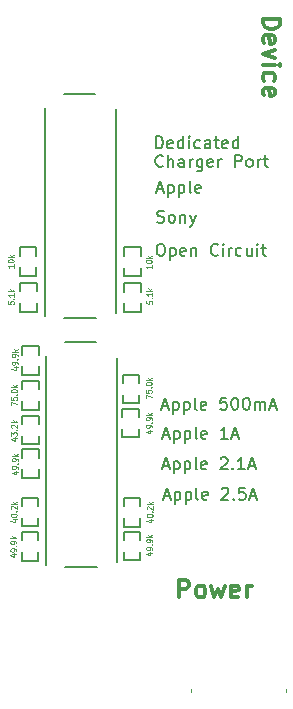
<source format=gto>
%FSLAX34Y34*%
G04 Gerber Fmt 3.4, Leading zero omitted, Abs format*
G04 (created by PCBNEW (2014-03-19 BZR 4756)-product) date Fri 12 Sep 2014 09:38:09 AM EDT*
%MOIN*%
G01*
G70*
G90*
G04 APERTURE LIST*
%ADD10C,0.005906*%
%ADD11C,0.006000*%
%ADD12C,0.011811*%
%ADD13C,0.003900*%
%ADD14C,0.005000*%
%ADD15C,0.004500*%
G04 APERTURE END LIST*
G54D10*
G54D11*
X59127Y-43136D02*
X59317Y-43136D01*
X59089Y-43250D02*
X59222Y-42850D01*
X59355Y-43250D01*
X59489Y-42984D02*
X59489Y-43384D01*
X59489Y-43003D02*
X59527Y-42984D01*
X59603Y-42984D01*
X59641Y-43003D01*
X59660Y-43022D01*
X59679Y-43060D01*
X59679Y-43174D01*
X59660Y-43212D01*
X59641Y-43231D01*
X59603Y-43250D01*
X59527Y-43250D01*
X59489Y-43231D01*
X59850Y-42984D02*
X59850Y-43384D01*
X59850Y-43003D02*
X59889Y-42984D01*
X59965Y-42984D01*
X60003Y-43003D01*
X60022Y-43022D01*
X60041Y-43060D01*
X60041Y-43174D01*
X60022Y-43212D01*
X60003Y-43231D01*
X59965Y-43250D01*
X59889Y-43250D01*
X59850Y-43231D01*
X60270Y-43250D02*
X60231Y-43231D01*
X60212Y-43193D01*
X60212Y-42850D01*
X60574Y-43231D02*
X60536Y-43250D01*
X60460Y-43250D01*
X60422Y-43231D01*
X60403Y-43193D01*
X60403Y-43041D01*
X60422Y-43003D01*
X60460Y-42984D01*
X60536Y-42984D01*
X60574Y-43003D01*
X60593Y-43041D01*
X60593Y-43079D01*
X60403Y-43117D01*
X61050Y-42889D02*
X61070Y-42870D01*
X61108Y-42850D01*
X61203Y-42850D01*
X61241Y-42870D01*
X61260Y-42889D01*
X61279Y-42927D01*
X61279Y-42965D01*
X61260Y-43022D01*
X61031Y-43250D01*
X61279Y-43250D01*
X61450Y-43212D02*
X61470Y-43231D01*
X61450Y-43250D01*
X61431Y-43231D01*
X61450Y-43212D01*
X61450Y-43250D01*
X61831Y-42850D02*
X61641Y-42850D01*
X61622Y-43041D01*
X61641Y-43022D01*
X61679Y-43003D01*
X61774Y-43003D01*
X61812Y-43022D01*
X61831Y-43041D01*
X61850Y-43079D01*
X61850Y-43174D01*
X61831Y-43212D01*
X61812Y-43231D01*
X61774Y-43250D01*
X61679Y-43250D01*
X61641Y-43231D01*
X61622Y-43212D01*
X62003Y-43136D02*
X62193Y-43136D01*
X61965Y-43250D02*
X62098Y-42850D01*
X62231Y-43250D01*
X59097Y-42126D02*
X59287Y-42126D01*
X59059Y-42240D02*
X59192Y-41840D01*
X59325Y-42240D01*
X59459Y-41974D02*
X59459Y-42374D01*
X59459Y-41993D02*
X59497Y-41974D01*
X59573Y-41974D01*
X59611Y-41993D01*
X59630Y-42012D01*
X59649Y-42050D01*
X59649Y-42164D01*
X59630Y-42202D01*
X59611Y-42221D01*
X59573Y-42240D01*
X59497Y-42240D01*
X59459Y-42221D01*
X59820Y-41974D02*
X59820Y-42374D01*
X59820Y-41993D02*
X59859Y-41974D01*
X59935Y-41974D01*
X59973Y-41993D01*
X59992Y-42012D01*
X60011Y-42050D01*
X60011Y-42164D01*
X59992Y-42202D01*
X59973Y-42221D01*
X59935Y-42240D01*
X59859Y-42240D01*
X59820Y-42221D01*
X60240Y-42240D02*
X60201Y-42221D01*
X60182Y-42183D01*
X60182Y-41840D01*
X60544Y-42221D02*
X60506Y-42240D01*
X60430Y-42240D01*
X60392Y-42221D01*
X60373Y-42183D01*
X60373Y-42031D01*
X60392Y-41993D01*
X60430Y-41974D01*
X60506Y-41974D01*
X60544Y-41993D01*
X60563Y-42031D01*
X60563Y-42069D01*
X60373Y-42107D01*
X61020Y-41879D02*
X61040Y-41860D01*
X61078Y-41840D01*
X61173Y-41840D01*
X61211Y-41860D01*
X61230Y-41879D01*
X61249Y-41917D01*
X61249Y-41955D01*
X61230Y-42012D01*
X61001Y-42240D01*
X61249Y-42240D01*
X61420Y-42202D02*
X61440Y-42221D01*
X61420Y-42240D01*
X61401Y-42221D01*
X61420Y-42202D01*
X61420Y-42240D01*
X61820Y-42240D02*
X61592Y-42240D01*
X61706Y-42240D02*
X61706Y-41840D01*
X61668Y-41898D01*
X61630Y-41936D01*
X61592Y-41955D01*
X61973Y-42126D02*
X62163Y-42126D01*
X61935Y-42240D02*
X62068Y-41840D01*
X62201Y-42240D01*
X59098Y-41106D02*
X59289Y-41106D01*
X59060Y-41220D02*
X59193Y-40820D01*
X59327Y-41220D01*
X59460Y-40954D02*
X59460Y-41354D01*
X59460Y-40973D02*
X59498Y-40954D01*
X59574Y-40954D01*
X59612Y-40973D01*
X59631Y-40992D01*
X59650Y-41030D01*
X59650Y-41144D01*
X59631Y-41182D01*
X59612Y-41201D01*
X59574Y-41220D01*
X59498Y-41220D01*
X59460Y-41201D01*
X59822Y-40954D02*
X59822Y-41354D01*
X59822Y-40973D02*
X59860Y-40954D01*
X59936Y-40954D01*
X59974Y-40973D01*
X59993Y-40992D01*
X60012Y-41030D01*
X60012Y-41144D01*
X59993Y-41182D01*
X59974Y-41201D01*
X59936Y-41220D01*
X59860Y-41220D01*
X59822Y-41201D01*
X60241Y-41220D02*
X60203Y-41201D01*
X60184Y-41163D01*
X60184Y-40820D01*
X60546Y-41201D02*
X60508Y-41220D01*
X60431Y-41220D01*
X60393Y-41201D01*
X60374Y-41163D01*
X60374Y-41011D01*
X60393Y-40973D01*
X60431Y-40954D01*
X60508Y-40954D01*
X60546Y-40973D01*
X60565Y-41011D01*
X60565Y-41049D01*
X60374Y-41087D01*
X61250Y-41220D02*
X61022Y-41220D01*
X61136Y-41220D02*
X61136Y-40820D01*
X61098Y-40878D01*
X61060Y-40916D01*
X61022Y-40935D01*
X61403Y-41106D02*
X61593Y-41106D01*
X61365Y-41220D02*
X61498Y-40820D01*
X61631Y-41220D01*
X58989Y-34720D02*
X59065Y-34720D01*
X59103Y-34740D01*
X59141Y-34778D01*
X59160Y-34854D01*
X59160Y-34987D01*
X59141Y-35063D01*
X59103Y-35101D01*
X59065Y-35120D01*
X58989Y-35120D01*
X58950Y-35101D01*
X58912Y-35063D01*
X58893Y-34987D01*
X58893Y-34854D01*
X58912Y-34778D01*
X58950Y-34740D01*
X58989Y-34720D01*
X59331Y-34854D02*
X59331Y-35254D01*
X59331Y-34873D02*
X59370Y-34854D01*
X59446Y-34854D01*
X59484Y-34873D01*
X59503Y-34892D01*
X59522Y-34930D01*
X59522Y-35044D01*
X59503Y-35082D01*
X59484Y-35101D01*
X59446Y-35120D01*
X59370Y-35120D01*
X59331Y-35101D01*
X59846Y-35101D02*
X59808Y-35120D01*
X59731Y-35120D01*
X59693Y-35101D01*
X59674Y-35063D01*
X59674Y-34911D01*
X59693Y-34873D01*
X59731Y-34854D01*
X59808Y-34854D01*
X59846Y-34873D01*
X59865Y-34911D01*
X59865Y-34949D01*
X59674Y-34987D01*
X60036Y-34854D02*
X60036Y-35120D01*
X60036Y-34892D02*
X60055Y-34873D01*
X60093Y-34854D01*
X60150Y-34854D01*
X60189Y-34873D01*
X60208Y-34911D01*
X60208Y-35120D01*
X60931Y-35082D02*
X60912Y-35101D01*
X60855Y-35120D01*
X60817Y-35120D01*
X60760Y-35101D01*
X60722Y-35063D01*
X60703Y-35025D01*
X60684Y-34949D01*
X60684Y-34892D01*
X60703Y-34816D01*
X60722Y-34778D01*
X60760Y-34740D01*
X60817Y-34720D01*
X60855Y-34720D01*
X60912Y-34740D01*
X60931Y-34759D01*
X61103Y-35120D02*
X61103Y-34854D01*
X61103Y-34720D02*
X61084Y-34740D01*
X61103Y-34759D01*
X61122Y-34740D01*
X61103Y-34720D01*
X61103Y-34759D01*
X61293Y-35120D02*
X61293Y-34854D01*
X61293Y-34930D02*
X61312Y-34892D01*
X61331Y-34873D01*
X61370Y-34854D01*
X61408Y-34854D01*
X61712Y-35101D02*
X61674Y-35120D01*
X61598Y-35120D01*
X61560Y-35101D01*
X61541Y-35082D01*
X61522Y-35044D01*
X61522Y-34930D01*
X61541Y-34892D01*
X61560Y-34873D01*
X61598Y-34854D01*
X61674Y-34854D01*
X61712Y-34873D01*
X62055Y-34854D02*
X62055Y-35120D01*
X61884Y-34854D02*
X61884Y-35063D01*
X61903Y-35101D01*
X61941Y-35120D01*
X61998Y-35120D01*
X62036Y-35101D01*
X62055Y-35082D01*
X62246Y-35120D02*
X62246Y-34854D01*
X62246Y-34720D02*
X62227Y-34740D01*
X62246Y-34759D01*
X62265Y-34740D01*
X62246Y-34720D01*
X62246Y-34759D01*
X62379Y-34854D02*
X62531Y-34854D01*
X62436Y-34720D02*
X62436Y-35063D01*
X62455Y-35101D01*
X62493Y-35120D01*
X62531Y-35120D01*
G54D12*
X62422Y-27210D02*
X63013Y-27210D01*
X63013Y-27351D01*
X62985Y-27435D01*
X62929Y-27491D01*
X62872Y-27519D01*
X62760Y-27547D01*
X62675Y-27547D01*
X62563Y-27519D01*
X62507Y-27491D01*
X62450Y-27435D01*
X62422Y-27351D01*
X62422Y-27210D01*
X62450Y-28025D02*
X62422Y-27969D01*
X62422Y-27857D01*
X62450Y-27801D01*
X62507Y-27772D01*
X62732Y-27772D01*
X62788Y-27801D01*
X62816Y-27857D01*
X62816Y-27969D01*
X62788Y-28025D01*
X62732Y-28054D01*
X62675Y-28054D01*
X62619Y-27772D01*
X62816Y-28250D02*
X62422Y-28391D01*
X62816Y-28532D01*
X62422Y-28757D02*
X62816Y-28757D01*
X63013Y-28757D02*
X62985Y-28729D01*
X62957Y-28757D01*
X62985Y-28785D01*
X63013Y-28757D01*
X62957Y-28757D01*
X62450Y-29291D02*
X62422Y-29235D01*
X62422Y-29122D01*
X62450Y-29066D01*
X62479Y-29038D01*
X62535Y-29010D01*
X62704Y-29010D01*
X62760Y-29038D01*
X62788Y-29066D01*
X62816Y-29122D01*
X62816Y-29235D01*
X62788Y-29291D01*
X62450Y-29769D02*
X62422Y-29713D01*
X62422Y-29600D01*
X62450Y-29544D01*
X62507Y-29516D01*
X62732Y-29516D01*
X62788Y-29544D01*
X62816Y-29600D01*
X62816Y-29713D01*
X62788Y-29769D01*
X62732Y-29797D01*
X62675Y-29797D01*
X62619Y-29516D01*
X59632Y-46507D02*
X59632Y-45916D01*
X59857Y-45916D01*
X59914Y-45944D01*
X59942Y-45972D01*
X59970Y-46029D01*
X59970Y-46113D01*
X59942Y-46169D01*
X59914Y-46197D01*
X59857Y-46225D01*
X59632Y-46225D01*
X60307Y-46507D02*
X60251Y-46479D01*
X60223Y-46450D01*
X60195Y-46394D01*
X60195Y-46225D01*
X60223Y-46169D01*
X60251Y-46141D01*
X60307Y-46113D01*
X60392Y-46113D01*
X60448Y-46141D01*
X60476Y-46169D01*
X60504Y-46225D01*
X60504Y-46394D01*
X60476Y-46450D01*
X60448Y-46479D01*
X60392Y-46507D01*
X60307Y-46507D01*
X60701Y-46113D02*
X60814Y-46507D01*
X60926Y-46225D01*
X61039Y-46507D01*
X61151Y-46113D01*
X61601Y-46479D02*
X61545Y-46507D01*
X61432Y-46507D01*
X61376Y-46479D01*
X61348Y-46422D01*
X61348Y-46197D01*
X61376Y-46141D01*
X61432Y-46113D01*
X61545Y-46113D01*
X61601Y-46141D01*
X61629Y-46197D01*
X61629Y-46254D01*
X61348Y-46310D01*
X61882Y-46507D02*
X61882Y-46113D01*
X61882Y-46225D02*
X61910Y-46169D01*
X61938Y-46141D01*
X61995Y-46113D01*
X62051Y-46113D01*
G54D11*
X58906Y-33991D02*
X58963Y-34010D01*
X59059Y-34010D01*
X59097Y-33991D01*
X59116Y-33972D01*
X59135Y-33934D01*
X59135Y-33896D01*
X59116Y-33858D01*
X59097Y-33839D01*
X59059Y-33820D01*
X58982Y-33801D01*
X58944Y-33782D01*
X58925Y-33763D01*
X58906Y-33725D01*
X58906Y-33687D01*
X58925Y-33649D01*
X58944Y-33630D01*
X58982Y-33610D01*
X59078Y-33610D01*
X59135Y-33630D01*
X59363Y-34010D02*
X59325Y-33991D01*
X59306Y-33972D01*
X59287Y-33934D01*
X59287Y-33820D01*
X59306Y-33782D01*
X59325Y-33763D01*
X59363Y-33744D01*
X59420Y-33744D01*
X59459Y-33763D01*
X59478Y-33782D01*
X59497Y-33820D01*
X59497Y-33934D01*
X59478Y-33972D01*
X59459Y-33991D01*
X59420Y-34010D01*
X59363Y-34010D01*
X59668Y-33744D02*
X59668Y-34010D01*
X59668Y-33782D02*
X59687Y-33763D01*
X59725Y-33744D01*
X59782Y-33744D01*
X59820Y-33763D01*
X59840Y-33801D01*
X59840Y-34010D01*
X59992Y-33744D02*
X60087Y-34010D01*
X60182Y-33744D02*
X60087Y-34010D01*
X60049Y-34106D01*
X60030Y-34125D01*
X59992Y-34144D01*
X59073Y-40136D02*
X59263Y-40136D01*
X59035Y-40250D02*
X59168Y-39850D01*
X59301Y-40250D01*
X59435Y-39984D02*
X59435Y-40384D01*
X59435Y-40003D02*
X59473Y-39984D01*
X59549Y-39984D01*
X59587Y-40003D01*
X59606Y-40022D01*
X59625Y-40060D01*
X59625Y-40174D01*
X59606Y-40212D01*
X59587Y-40231D01*
X59549Y-40250D01*
X59473Y-40250D01*
X59435Y-40231D01*
X59797Y-39984D02*
X59797Y-40384D01*
X59797Y-40003D02*
X59835Y-39984D01*
X59911Y-39984D01*
X59949Y-40003D01*
X59968Y-40022D01*
X59987Y-40060D01*
X59987Y-40174D01*
X59968Y-40212D01*
X59949Y-40231D01*
X59911Y-40250D01*
X59835Y-40250D01*
X59797Y-40231D01*
X60216Y-40250D02*
X60178Y-40231D01*
X60159Y-40193D01*
X60159Y-39850D01*
X60520Y-40231D02*
X60482Y-40250D01*
X60406Y-40250D01*
X60368Y-40231D01*
X60349Y-40193D01*
X60349Y-40041D01*
X60368Y-40003D01*
X60406Y-39984D01*
X60482Y-39984D01*
X60520Y-40003D01*
X60540Y-40041D01*
X60540Y-40079D01*
X60349Y-40117D01*
X61206Y-39850D02*
X61016Y-39850D01*
X60997Y-40041D01*
X61016Y-40022D01*
X61054Y-40003D01*
X61149Y-40003D01*
X61187Y-40022D01*
X61206Y-40041D01*
X61225Y-40079D01*
X61225Y-40174D01*
X61206Y-40212D01*
X61187Y-40231D01*
X61149Y-40250D01*
X61054Y-40250D01*
X61016Y-40231D01*
X60997Y-40212D01*
X61473Y-39850D02*
X61511Y-39850D01*
X61549Y-39870D01*
X61568Y-39889D01*
X61587Y-39927D01*
X61606Y-40003D01*
X61606Y-40098D01*
X61587Y-40174D01*
X61568Y-40212D01*
X61549Y-40231D01*
X61511Y-40250D01*
X61473Y-40250D01*
X61435Y-40231D01*
X61416Y-40212D01*
X61397Y-40174D01*
X61378Y-40098D01*
X61378Y-40003D01*
X61397Y-39927D01*
X61416Y-39889D01*
X61435Y-39870D01*
X61473Y-39850D01*
X61854Y-39850D02*
X61892Y-39850D01*
X61930Y-39870D01*
X61949Y-39889D01*
X61968Y-39927D01*
X61987Y-40003D01*
X61987Y-40098D01*
X61968Y-40174D01*
X61949Y-40212D01*
X61930Y-40231D01*
X61892Y-40250D01*
X61854Y-40250D01*
X61816Y-40231D01*
X61797Y-40212D01*
X61778Y-40174D01*
X61759Y-40098D01*
X61759Y-40003D01*
X61778Y-39927D01*
X61797Y-39889D01*
X61816Y-39870D01*
X61854Y-39850D01*
X62159Y-40250D02*
X62159Y-39984D01*
X62159Y-40022D02*
X62178Y-40003D01*
X62216Y-39984D01*
X62273Y-39984D01*
X62311Y-40003D01*
X62330Y-40041D01*
X62330Y-40250D01*
X62330Y-40041D02*
X62349Y-40003D01*
X62387Y-39984D01*
X62444Y-39984D01*
X62482Y-40003D01*
X62501Y-40041D01*
X62501Y-40250D01*
X62673Y-40136D02*
X62863Y-40136D01*
X62635Y-40250D02*
X62768Y-39850D01*
X62901Y-40250D01*
X58897Y-32906D02*
X59087Y-32906D01*
X58859Y-33020D02*
X58992Y-32620D01*
X59125Y-33020D01*
X59259Y-32754D02*
X59259Y-33154D01*
X59259Y-32773D02*
X59297Y-32754D01*
X59373Y-32754D01*
X59411Y-32773D01*
X59430Y-32792D01*
X59449Y-32830D01*
X59449Y-32944D01*
X59430Y-32982D01*
X59411Y-33001D01*
X59373Y-33020D01*
X59297Y-33020D01*
X59259Y-33001D01*
X59620Y-32754D02*
X59620Y-33154D01*
X59620Y-32773D02*
X59659Y-32754D01*
X59735Y-32754D01*
X59773Y-32773D01*
X59792Y-32792D01*
X59811Y-32830D01*
X59811Y-32944D01*
X59792Y-32982D01*
X59773Y-33001D01*
X59735Y-33020D01*
X59659Y-33020D01*
X59620Y-33001D01*
X60040Y-33020D02*
X60001Y-33001D01*
X59982Y-32963D01*
X59982Y-32620D01*
X60344Y-33001D02*
X60306Y-33020D01*
X60230Y-33020D01*
X60192Y-33001D01*
X60173Y-32963D01*
X60173Y-32811D01*
X60192Y-32773D01*
X60230Y-32754D01*
X60306Y-32754D01*
X60344Y-32773D01*
X60363Y-32811D01*
X60363Y-32849D01*
X60173Y-32887D01*
X58865Y-31540D02*
X58865Y-31140D01*
X58960Y-31140D01*
X59017Y-31160D01*
X59055Y-31198D01*
X59074Y-31236D01*
X59093Y-31312D01*
X59093Y-31369D01*
X59074Y-31445D01*
X59055Y-31483D01*
X59017Y-31521D01*
X58960Y-31540D01*
X58865Y-31540D01*
X59417Y-31521D02*
X59379Y-31540D01*
X59303Y-31540D01*
X59265Y-31521D01*
X59246Y-31483D01*
X59246Y-31331D01*
X59265Y-31293D01*
X59303Y-31274D01*
X59379Y-31274D01*
X59417Y-31293D01*
X59436Y-31331D01*
X59436Y-31369D01*
X59246Y-31407D01*
X59779Y-31540D02*
X59779Y-31140D01*
X59779Y-31521D02*
X59741Y-31540D01*
X59665Y-31540D01*
X59627Y-31521D01*
X59608Y-31502D01*
X59589Y-31464D01*
X59589Y-31350D01*
X59608Y-31312D01*
X59627Y-31293D01*
X59665Y-31274D01*
X59741Y-31274D01*
X59779Y-31293D01*
X59970Y-31540D02*
X59970Y-31274D01*
X59970Y-31140D02*
X59950Y-31160D01*
X59970Y-31179D01*
X59989Y-31160D01*
X59970Y-31140D01*
X59970Y-31179D01*
X60331Y-31521D02*
X60293Y-31540D01*
X60217Y-31540D01*
X60179Y-31521D01*
X60160Y-31502D01*
X60141Y-31464D01*
X60141Y-31350D01*
X60160Y-31312D01*
X60179Y-31293D01*
X60217Y-31274D01*
X60293Y-31274D01*
X60331Y-31293D01*
X60674Y-31540D02*
X60674Y-31331D01*
X60655Y-31293D01*
X60617Y-31274D01*
X60541Y-31274D01*
X60503Y-31293D01*
X60674Y-31521D02*
X60636Y-31540D01*
X60541Y-31540D01*
X60503Y-31521D01*
X60484Y-31483D01*
X60484Y-31445D01*
X60503Y-31407D01*
X60541Y-31388D01*
X60636Y-31388D01*
X60674Y-31369D01*
X60808Y-31274D02*
X60960Y-31274D01*
X60865Y-31140D02*
X60865Y-31483D01*
X60884Y-31521D01*
X60922Y-31540D01*
X60960Y-31540D01*
X61246Y-31521D02*
X61208Y-31540D01*
X61131Y-31540D01*
X61093Y-31521D01*
X61074Y-31483D01*
X61074Y-31331D01*
X61093Y-31293D01*
X61131Y-31274D01*
X61208Y-31274D01*
X61246Y-31293D01*
X61265Y-31331D01*
X61265Y-31369D01*
X61074Y-31407D01*
X61608Y-31540D02*
X61608Y-31140D01*
X61608Y-31521D02*
X61569Y-31540D01*
X61493Y-31540D01*
X61455Y-31521D01*
X61436Y-31502D01*
X61417Y-31464D01*
X61417Y-31350D01*
X61436Y-31312D01*
X61455Y-31293D01*
X61493Y-31274D01*
X61569Y-31274D01*
X61608Y-31293D01*
X59093Y-32122D02*
X59074Y-32141D01*
X59017Y-32160D01*
X58979Y-32160D01*
X58922Y-32141D01*
X58884Y-32103D01*
X58865Y-32065D01*
X58846Y-31989D01*
X58846Y-31932D01*
X58865Y-31856D01*
X58884Y-31818D01*
X58922Y-31780D01*
X58979Y-31760D01*
X59017Y-31760D01*
X59074Y-31780D01*
X59093Y-31799D01*
X59265Y-32160D02*
X59265Y-31760D01*
X59436Y-32160D02*
X59436Y-31951D01*
X59417Y-31913D01*
X59379Y-31894D01*
X59322Y-31894D01*
X59284Y-31913D01*
X59265Y-31932D01*
X59798Y-32160D02*
X59798Y-31951D01*
X59779Y-31913D01*
X59741Y-31894D01*
X59665Y-31894D01*
X59627Y-31913D01*
X59798Y-32141D02*
X59760Y-32160D01*
X59665Y-32160D01*
X59627Y-32141D01*
X59608Y-32103D01*
X59608Y-32065D01*
X59627Y-32027D01*
X59665Y-32008D01*
X59760Y-32008D01*
X59798Y-31989D01*
X59989Y-32160D02*
X59989Y-31894D01*
X59989Y-31970D02*
X60008Y-31932D01*
X60027Y-31913D01*
X60065Y-31894D01*
X60103Y-31894D01*
X60408Y-31894D02*
X60408Y-32218D01*
X60389Y-32256D01*
X60369Y-32275D01*
X60331Y-32294D01*
X60274Y-32294D01*
X60236Y-32275D01*
X60408Y-32141D02*
X60369Y-32160D01*
X60293Y-32160D01*
X60255Y-32141D01*
X60236Y-32122D01*
X60217Y-32084D01*
X60217Y-31970D01*
X60236Y-31932D01*
X60255Y-31913D01*
X60293Y-31894D01*
X60369Y-31894D01*
X60408Y-31913D01*
X60750Y-32141D02*
X60712Y-32160D01*
X60636Y-32160D01*
X60598Y-32141D01*
X60579Y-32103D01*
X60579Y-31951D01*
X60598Y-31913D01*
X60636Y-31894D01*
X60712Y-31894D01*
X60750Y-31913D01*
X60769Y-31951D01*
X60769Y-31989D01*
X60579Y-32027D01*
X60941Y-32160D02*
X60941Y-31894D01*
X60941Y-31970D02*
X60960Y-31932D01*
X60979Y-31913D01*
X61017Y-31894D01*
X61055Y-31894D01*
X61493Y-32160D02*
X61493Y-31760D01*
X61646Y-31760D01*
X61684Y-31780D01*
X61703Y-31799D01*
X61722Y-31837D01*
X61722Y-31894D01*
X61703Y-31932D01*
X61684Y-31951D01*
X61646Y-31970D01*
X61493Y-31970D01*
X61950Y-32160D02*
X61912Y-32141D01*
X61893Y-32122D01*
X61874Y-32084D01*
X61874Y-31970D01*
X61893Y-31932D01*
X61912Y-31913D01*
X61950Y-31894D01*
X62008Y-31894D01*
X62046Y-31913D01*
X62065Y-31932D01*
X62084Y-31970D01*
X62084Y-32084D01*
X62065Y-32122D01*
X62046Y-32141D01*
X62008Y-32160D01*
X61950Y-32160D01*
X62255Y-32160D02*
X62255Y-31894D01*
X62255Y-31970D02*
X62274Y-31932D01*
X62293Y-31913D01*
X62331Y-31894D01*
X62369Y-31894D01*
X62446Y-31894D02*
X62598Y-31894D01*
X62503Y-31760D02*
X62503Y-32103D01*
X62522Y-32141D01*
X62560Y-32160D01*
X62598Y-32160D01*
G54D13*
X60035Y-49564D02*
X60035Y-49642D01*
X63185Y-49564D02*
X63185Y-49642D01*
G54D10*
X56885Y-45482D02*
X55845Y-45482D01*
X56865Y-38002D02*
X55845Y-38002D01*
X55203Y-45430D02*
X55203Y-38470D01*
X57566Y-38530D02*
X57566Y-45320D01*
G54D14*
X58305Y-39353D02*
X58305Y-39075D01*
X58305Y-39075D02*
X57755Y-39075D01*
X57755Y-39075D02*
X57755Y-39353D01*
X58305Y-40025D02*
X58305Y-39747D01*
X58305Y-40025D02*
X57755Y-40025D01*
X57755Y-40025D02*
X57755Y-39747D01*
X58295Y-40493D02*
X58295Y-40215D01*
X58295Y-40215D02*
X57745Y-40215D01*
X57745Y-40215D02*
X57745Y-40493D01*
X58295Y-41165D02*
X58295Y-40887D01*
X58295Y-41165D02*
X57745Y-41165D01*
X57745Y-41165D02*
X57745Y-40887D01*
X54955Y-40723D02*
X54955Y-40445D01*
X54955Y-40445D02*
X54405Y-40445D01*
X54405Y-40445D02*
X54405Y-40723D01*
X54955Y-41395D02*
X54955Y-41117D01*
X54955Y-41395D02*
X54405Y-41395D01*
X54405Y-41395D02*
X54405Y-41117D01*
X54955Y-41843D02*
X54955Y-41565D01*
X54955Y-41565D02*
X54405Y-41565D01*
X54405Y-41565D02*
X54405Y-41843D01*
X54955Y-42515D02*
X54955Y-42237D01*
X54955Y-42515D02*
X54405Y-42515D01*
X54405Y-42515D02*
X54405Y-42237D01*
X54405Y-39967D02*
X54405Y-40245D01*
X54405Y-40245D02*
X54955Y-40245D01*
X54955Y-40245D02*
X54955Y-39967D01*
X54405Y-39295D02*
X54405Y-39573D01*
X54405Y-39295D02*
X54955Y-39295D01*
X54955Y-39295D02*
X54955Y-39573D01*
X54405Y-38807D02*
X54405Y-39085D01*
X54405Y-39085D02*
X54955Y-39085D01*
X54955Y-39085D02*
X54955Y-38807D01*
X54405Y-38135D02*
X54405Y-38413D01*
X54405Y-38135D02*
X54955Y-38135D01*
X54955Y-38135D02*
X54955Y-38413D01*
X58345Y-43473D02*
X58345Y-43195D01*
X58345Y-43195D02*
X57795Y-43195D01*
X57795Y-43195D02*
X57795Y-43473D01*
X58345Y-44145D02*
X58345Y-43867D01*
X58345Y-44145D02*
X57795Y-44145D01*
X57795Y-44145D02*
X57795Y-43867D01*
X58335Y-44593D02*
X58335Y-44315D01*
X58335Y-44315D02*
X57785Y-44315D01*
X57785Y-44315D02*
X57785Y-44593D01*
X58335Y-45265D02*
X58335Y-44987D01*
X58335Y-45265D02*
X57785Y-45265D01*
X57785Y-45265D02*
X57785Y-44987D01*
X54935Y-43453D02*
X54935Y-43175D01*
X54935Y-43175D02*
X54385Y-43175D01*
X54385Y-43175D02*
X54385Y-43453D01*
X54935Y-44125D02*
X54935Y-43847D01*
X54935Y-44125D02*
X54385Y-44125D01*
X54385Y-44125D02*
X54385Y-43847D01*
X54935Y-44603D02*
X54935Y-44325D01*
X54935Y-44325D02*
X54385Y-44325D01*
X54385Y-44325D02*
X54385Y-44603D01*
X54935Y-45275D02*
X54935Y-44997D01*
X54935Y-45275D02*
X54385Y-45275D01*
X54385Y-45275D02*
X54385Y-44997D01*
X57800Y-36702D02*
X57800Y-36980D01*
X57800Y-36980D02*
X58350Y-36980D01*
X58350Y-36980D02*
X58350Y-36702D01*
X57800Y-36030D02*
X57800Y-36308D01*
X57800Y-36030D02*
X58350Y-36030D01*
X58350Y-36030D02*
X58350Y-36308D01*
X57810Y-35512D02*
X57810Y-35790D01*
X57810Y-35790D02*
X58360Y-35790D01*
X58360Y-35790D02*
X58360Y-35512D01*
X57810Y-34840D02*
X57810Y-35118D01*
X57810Y-34840D02*
X58360Y-34840D01*
X58360Y-34840D02*
X58360Y-35118D01*
X54335Y-36697D02*
X54335Y-36975D01*
X54335Y-36975D02*
X54885Y-36975D01*
X54885Y-36975D02*
X54885Y-36697D01*
X54335Y-36025D02*
X54335Y-36303D01*
X54335Y-36025D02*
X54885Y-36025D01*
X54885Y-36025D02*
X54885Y-36303D01*
X54315Y-35507D02*
X54315Y-35785D01*
X54315Y-35785D02*
X54865Y-35785D01*
X54865Y-35785D02*
X54865Y-35507D01*
X54315Y-34835D02*
X54315Y-35113D01*
X54315Y-34835D02*
X54865Y-34835D01*
X54865Y-34835D02*
X54865Y-35113D01*
G54D10*
X56850Y-37192D02*
X55810Y-37192D01*
X56830Y-29712D02*
X55810Y-29712D01*
X55168Y-37140D02*
X55168Y-30180D01*
X57531Y-30240D02*
X57531Y-37030D01*
G54D15*
X58520Y-39867D02*
X58520Y-39747D01*
X58720Y-39824D01*
X58520Y-39592D02*
X58520Y-39678D01*
X58615Y-39687D01*
X58606Y-39678D01*
X58596Y-39661D01*
X58596Y-39618D01*
X58606Y-39601D01*
X58615Y-39592D01*
X58634Y-39584D01*
X58682Y-39584D01*
X58701Y-39592D01*
X58710Y-39601D01*
X58720Y-39618D01*
X58720Y-39661D01*
X58710Y-39678D01*
X58701Y-39687D01*
X58701Y-39507D02*
X58710Y-39498D01*
X58720Y-39507D01*
X58710Y-39515D01*
X58701Y-39507D01*
X58720Y-39507D01*
X58520Y-39387D02*
X58520Y-39369D01*
X58530Y-39352D01*
X58539Y-39344D01*
X58558Y-39335D01*
X58596Y-39327D01*
X58644Y-39327D01*
X58682Y-39335D01*
X58701Y-39344D01*
X58710Y-39352D01*
X58720Y-39369D01*
X58720Y-39387D01*
X58710Y-39404D01*
X58701Y-39412D01*
X58682Y-39421D01*
X58644Y-39429D01*
X58596Y-39429D01*
X58558Y-39421D01*
X58539Y-39412D01*
X58530Y-39404D01*
X58520Y-39387D01*
X58720Y-39249D02*
X58520Y-39249D01*
X58644Y-39232D02*
X58720Y-39181D01*
X58587Y-39181D02*
X58663Y-39249D01*
X58597Y-40942D02*
X58730Y-40942D01*
X58520Y-40985D02*
X58663Y-41028D01*
X58663Y-40917D01*
X58730Y-40839D02*
X58730Y-40805D01*
X58720Y-40788D01*
X58711Y-40779D01*
X58682Y-40762D01*
X58644Y-40754D01*
X58568Y-40754D01*
X58549Y-40762D01*
X58540Y-40771D01*
X58530Y-40788D01*
X58530Y-40822D01*
X58540Y-40839D01*
X58549Y-40848D01*
X58568Y-40857D01*
X58616Y-40857D01*
X58635Y-40848D01*
X58644Y-40839D01*
X58654Y-40822D01*
X58654Y-40788D01*
X58644Y-40771D01*
X58635Y-40762D01*
X58616Y-40754D01*
X58711Y-40677D02*
X58720Y-40668D01*
X58730Y-40677D01*
X58720Y-40685D01*
X58711Y-40677D01*
X58730Y-40677D01*
X58730Y-40582D02*
X58730Y-40548D01*
X58720Y-40531D01*
X58711Y-40522D01*
X58682Y-40505D01*
X58644Y-40497D01*
X58568Y-40497D01*
X58549Y-40505D01*
X58540Y-40514D01*
X58530Y-40531D01*
X58530Y-40565D01*
X58540Y-40582D01*
X58549Y-40591D01*
X58568Y-40599D01*
X58616Y-40599D01*
X58635Y-40591D01*
X58644Y-40582D01*
X58654Y-40565D01*
X58654Y-40531D01*
X58644Y-40514D01*
X58635Y-40505D01*
X58616Y-40497D01*
X58730Y-40419D02*
X58530Y-40419D01*
X58654Y-40402D02*
X58730Y-40351D01*
X58597Y-40351D02*
X58673Y-40419D01*
X54097Y-41192D02*
X54230Y-41192D01*
X54020Y-41235D02*
X54163Y-41278D01*
X54163Y-41167D01*
X54030Y-41115D02*
X54030Y-41004D01*
X54106Y-41064D01*
X54106Y-41038D01*
X54116Y-41021D01*
X54125Y-41012D01*
X54144Y-41004D01*
X54192Y-41004D01*
X54211Y-41012D01*
X54220Y-41021D01*
X54230Y-41038D01*
X54230Y-41089D01*
X54220Y-41107D01*
X54211Y-41115D01*
X54211Y-40927D02*
X54220Y-40918D01*
X54230Y-40927D01*
X54220Y-40935D01*
X54211Y-40927D01*
X54230Y-40927D01*
X54049Y-40849D02*
X54040Y-40841D01*
X54030Y-40824D01*
X54030Y-40781D01*
X54040Y-40764D01*
X54049Y-40755D01*
X54068Y-40747D01*
X54087Y-40747D01*
X54116Y-40755D01*
X54230Y-40858D01*
X54230Y-40747D01*
X54230Y-40669D02*
X54030Y-40669D01*
X54154Y-40652D02*
X54230Y-40601D01*
X54097Y-40601D02*
X54173Y-40669D01*
X54127Y-42312D02*
X54260Y-42312D01*
X54050Y-42355D02*
X54193Y-42398D01*
X54193Y-42287D01*
X54260Y-42209D02*
X54260Y-42175D01*
X54250Y-42158D01*
X54241Y-42149D01*
X54212Y-42132D01*
X54174Y-42124D01*
X54098Y-42124D01*
X54079Y-42132D01*
X54070Y-42141D01*
X54060Y-42158D01*
X54060Y-42192D01*
X54070Y-42209D01*
X54079Y-42218D01*
X54098Y-42227D01*
X54146Y-42227D01*
X54165Y-42218D01*
X54174Y-42209D01*
X54184Y-42192D01*
X54184Y-42158D01*
X54174Y-42141D01*
X54165Y-42132D01*
X54146Y-42124D01*
X54241Y-42047D02*
X54250Y-42038D01*
X54260Y-42047D01*
X54250Y-42055D01*
X54241Y-42047D01*
X54260Y-42047D01*
X54260Y-41952D02*
X54260Y-41918D01*
X54250Y-41901D01*
X54241Y-41892D01*
X54212Y-41875D01*
X54174Y-41867D01*
X54098Y-41867D01*
X54079Y-41875D01*
X54070Y-41884D01*
X54060Y-41901D01*
X54060Y-41935D01*
X54070Y-41952D01*
X54079Y-41961D01*
X54098Y-41969D01*
X54146Y-41969D01*
X54165Y-41961D01*
X54174Y-41952D01*
X54184Y-41935D01*
X54184Y-41901D01*
X54174Y-41884D01*
X54165Y-41875D01*
X54146Y-41867D01*
X54260Y-41789D02*
X54060Y-41789D01*
X54184Y-41772D02*
X54260Y-41721D01*
X54127Y-41721D02*
X54203Y-41789D01*
X54030Y-40107D02*
X54030Y-39987D01*
X54230Y-40064D01*
X54030Y-39832D02*
X54030Y-39918D01*
X54125Y-39927D01*
X54116Y-39918D01*
X54106Y-39901D01*
X54106Y-39858D01*
X54116Y-39841D01*
X54125Y-39832D01*
X54144Y-39824D01*
X54192Y-39824D01*
X54211Y-39832D01*
X54220Y-39841D01*
X54230Y-39858D01*
X54230Y-39901D01*
X54220Y-39918D01*
X54211Y-39927D01*
X54211Y-39747D02*
X54220Y-39738D01*
X54230Y-39747D01*
X54220Y-39755D01*
X54211Y-39747D01*
X54230Y-39747D01*
X54030Y-39627D02*
X54030Y-39609D01*
X54040Y-39592D01*
X54049Y-39584D01*
X54068Y-39575D01*
X54106Y-39567D01*
X54154Y-39567D01*
X54192Y-39575D01*
X54211Y-39584D01*
X54220Y-39592D01*
X54230Y-39609D01*
X54230Y-39627D01*
X54220Y-39644D01*
X54211Y-39652D01*
X54192Y-39661D01*
X54154Y-39669D01*
X54106Y-39669D01*
X54068Y-39661D01*
X54049Y-39652D01*
X54040Y-39644D01*
X54030Y-39627D01*
X54230Y-39489D02*
X54030Y-39489D01*
X54154Y-39472D02*
X54230Y-39421D01*
X54097Y-39421D02*
X54173Y-39489D01*
X54117Y-38832D02*
X54250Y-38832D01*
X54040Y-38875D02*
X54183Y-38918D01*
X54183Y-38807D01*
X54250Y-38729D02*
X54250Y-38695D01*
X54240Y-38678D01*
X54231Y-38669D01*
X54202Y-38652D01*
X54164Y-38644D01*
X54088Y-38644D01*
X54069Y-38652D01*
X54060Y-38661D01*
X54050Y-38678D01*
X54050Y-38712D01*
X54060Y-38729D01*
X54069Y-38738D01*
X54088Y-38747D01*
X54136Y-38747D01*
X54155Y-38738D01*
X54164Y-38729D01*
X54174Y-38712D01*
X54174Y-38678D01*
X54164Y-38661D01*
X54155Y-38652D01*
X54136Y-38644D01*
X54231Y-38567D02*
X54240Y-38558D01*
X54250Y-38567D01*
X54240Y-38575D01*
X54231Y-38567D01*
X54250Y-38567D01*
X54250Y-38472D02*
X54250Y-38438D01*
X54240Y-38421D01*
X54231Y-38412D01*
X54202Y-38395D01*
X54164Y-38387D01*
X54088Y-38387D01*
X54069Y-38395D01*
X54060Y-38404D01*
X54050Y-38421D01*
X54050Y-38455D01*
X54060Y-38472D01*
X54069Y-38481D01*
X54088Y-38489D01*
X54136Y-38489D01*
X54155Y-38481D01*
X54164Y-38472D01*
X54174Y-38455D01*
X54174Y-38421D01*
X54164Y-38404D01*
X54155Y-38395D01*
X54136Y-38387D01*
X54250Y-38309D02*
X54050Y-38309D01*
X54174Y-38292D02*
X54250Y-38241D01*
X54117Y-38241D02*
X54193Y-38309D01*
X58617Y-43912D02*
X58750Y-43912D01*
X58540Y-43955D02*
X58683Y-43998D01*
X58683Y-43887D01*
X58550Y-43784D02*
X58550Y-43767D01*
X58560Y-43749D01*
X58569Y-43741D01*
X58588Y-43732D01*
X58626Y-43724D01*
X58674Y-43724D01*
X58712Y-43732D01*
X58731Y-43741D01*
X58740Y-43749D01*
X58750Y-43767D01*
X58750Y-43784D01*
X58740Y-43801D01*
X58731Y-43809D01*
X58712Y-43818D01*
X58674Y-43827D01*
X58626Y-43827D01*
X58588Y-43818D01*
X58569Y-43809D01*
X58560Y-43801D01*
X58550Y-43784D01*
X58731Y-43647D02*
X58740Y-43638D01*
X58750Y-43647D01*
X58740Y-43655D01*
X58731Y-43647D01*
X58750Y-43647D01*
X58569Y-43569D02*
X58560Y-43561D01*
X58550Y-43544D01*
X58550Y-43501D01*
X58560Y-43484D01*
X58569Y-43475D01*
X58588Y-43467D01*
X58607Y-43467D01*
X58636Y-43475D01*
X58750Y-43578D01*
X58750Y-43467D01*
X58750Y-43389D02*
X58550Y-43389D01*
X58674Y-43372D02*
X58750Y-43321D01*
X58617Y-43321D02*
X58693Y-43389D01*
X58607Y-45012D02*
X58740Y-45012D01*
X58530Y-45055D02*
X58673Y-45098D01*
X58673Y-44987D01*
X58740Y-44909D02*
X58740Y-44875D01*
X58730Y-44858D01*
X58721Y-44849D01*
X58692Y-44832D01*
X58654Y-44824D01*
X58578Y-44824D01*
X58559Y-44832D01*
X58550Y-44841D01*
X58540Y-44858D01*
X58540Y-44892D01*
X58550Y-44909D01*
X58559Y-44918D01*
X58578Y-44927D01*
X58626Y-44927D01*
X58645Y-44918D01*
X58654Y-44909D01*
X58664Y-44892D01*
X58664Y-44858D01*
X58654Y-44841D01*
X58645Y-44832D01*
X58626Y-44824D01*
X58721Y-44747D02*
X58730Y-44738D01*
X58740Y-44747D01*
X58730Y-44755D01*
X58721Y-44747D01*
X58740Y-44747D01*
X58740Y-44652D02*
X58740Y-44618D01*
X58730Y-44601D01*
X58721Y-44592D01*
X58692Y-44575D01*
X58654Y-44567D01*
X58578Y-44567D01*
X58559Y-44575D01*
X58550Y-44584D01*
X58540Y-44601D01*
X58540Y-44635D01*
X58550Y-44652D01*
X58559Y-44661D01*
X58578Y-44669D01*
X58626Y-44669D01*
X58645Y-44661D01*
X58654Y-44652D01*
X58664Y-44635D01*
X58664Y-44601D01*
X58654Y-44584D01*
X58645Y-44575D01*
X58626Y-44567D01*
X58740Y-44489D02*
X58540Y-44489D01*
X58664Y-44472D02*
X58740Y-44421D01*
X58607Y-44421D02*
X58683Y-44489D01*
X54087Y-43902D02*
X54220Y-43902D01*
X54010Y-43945D02*
X54153Y-43988D01*
X54153Y-43877D01*
X54020Y-43774D02*
X54020Y-43757D01*
X54030Y-43739D01*
X54039Y-43731D01*
X54058Y-43722D01*
X54096Y-43714D01*
X54144Y-43714D01*
X54182Y-43722D01*
X54201Y-43731D01*
X54210Y-43739D01*
X54220Y-43757D01*
X54220Y-43774D01*
X54210Y-43791D01*
X54201Y-43799D01*
X54182Y-43808D01*
X54144Y-43817D01*
X54096Y-43817D01*
X54058Y-43808D01*
X54039Y-43799D01*
X54030Y-43791D01*
X54020Y-43774D01*
X54201Y-43637D02*
X54210Y-43628D01*
X54220Y-43637D01*
X54210Y-43645D01*
X54201Y-43637D01*
X54220Y-43637D01*
X54039Y-43559D02*
X54030Y-43551D01*
X54020Y-43534D01*
X54020Y-43491D01*
X54030Y-43474D01*
X54039Y-43465D01*
X54058Y-43457D01*
X54077Y-43457D01*
X54106Y-43465D01*
X54220Y-43568D01*
X54220Y-43457D01*
X54220Y-43379D02*
X54020Y-43379D01*
X54144Y-43362D02*
X54220Y-43311D01*
X54087Y-43311D02*
X54163Y-43379D01*
X54077Y-45062D02*
X54210Y-45062D01*
X54000Y-45105D02*
X54143Y-45148D01*
X54143Y-45037D01*
X54210Y-44959D02*
X54210Y-44925D01*
X54200Y-44908D01*
X54191Y-44899D01*
X54162Y-44882D01*
X54124Y-44874D01*
X54048Y-44874D01*
X54029Y-44882D01*
X54020Y-44891D01*
X54010Y-44908D01*
X54010Y-44942D01*
X54020Y-44959D01*
X54029Y-44968D01*
X54048Y-44977D01*
X54096Y-44977D01*
X54115Y-44968D01*
X54124Y-44959D01*
X54134Y-44942D01*
X54134Y-44908D01*
X54124Y-44891D01*
X54115Y-44882D01*
X54096Y-44874D01*
X54191Y-44797D02*
X54200Y-44788D01*
X54210Y-44797D01*
X54200Y-44805D01*
X54191Y-44797D01*
X54210Y-44797D01*
X54210Y-44702D02*
X54210Y-44668D01*
X54200Y-44651D01*
X54191Y-44642D01*
X54162Y-44625D01*
X54124Y-44617D01*
X54048Y-44617D01*
X54029Y-44625D01*
X54020Y-44634D01*
X54010Y-44651D01*
X54010Y-44685D01*
X54020Y-44702D01*
X54029Y-44711D01*
X54048Y-44719D01*
X54096Y-44719D01*
X54115Y-44711D01*
X54124Y-44702D01*
X54134Y-44685D01*
X54134Y-44651D01*
X54124Y-44634D01*
X54115Y-44625D01*
X54096Y-44617D01*
X54210Y-44539D02*
X54010Y-44539D01*
X54134Y-44522D02*
X54210Y-44471D01*
X54077Y-44471D02*
X54153Y-44539D01*
X58540Y-36618D02*
X58540Y-36704D01*
X58635Y-36712D01*
X58626Y-36704D01*
X58616Y-36687D01*
X58616Y-36644D01*
X58626Y-36627D01*
X58635Y-36618D01*
X58654Y-36610D01*
X58702Y-36610D01*
X58721Y-36618D01*
X58730Y-36627D01*
X58740Y-36644D01*
X58740Y-36687D01*
X58730Y-36704D01*
X58721Y-36712D01*
X58721Y-36532D02*
X58730Y-36524D01*
X58740Y-36532D01*
X58730Y-36541D01*
X58721Y-36532D01*
X58740Y-36532D01*
X58740Y-36352D02*
X58740Y-36455D01*
X58740Y-36404D02*
X58540Y-36404D01*
X58569Y-36421D01*
X58588Y-36438D01*
X58597Y-36455D01*
X58740Y-36275D02*
X58540Y-36275D01*
X58664Y-36258D02*
X58740Y-36207D01*
X58607Y-36207D02*
X58683Y-36275D01*
X58720Y-35427D02*
X58720Y-35530D01*
X58720Y-35478D02*
X58520Y-35478D01*
X58549Y-35495D01*
X58568Y-35512D01*
X58577Y-35530D01*
X58520Y-35315D02*
X58520Y-35298D01*
X58530Y-35281D01*
X58539Y-35272D01*
X58558Y-35264D01*
X58596Y-35255D01*
X58644Y-35255D01*
X58682Y-35264D01*
X58701Y-35272D01*
X58710Y-35281D01*
X58720Y-35298D01*
X58720Y-35315D01*
X58710Y-35332D01*
X58701Y-35341D01*
X58682Y-35350D01*
X58644Y-35358D01*
X58596Y-35358D01*
X58558Y-35350D01*
X58539Y-35341D01*
X58530Y-35332D01*
X58520Y-35315D01*
X58720Y-35178D02*
X58520Y-35178D01*
X58644Y-35161D02*
X58720Y-35109D01*
X58587Y-35109D02*
X58663Y-35178D01*
X53930Y-36638D02*
X53930Y-36724D01*
X54025Y-36732D01*
X54016Y-36724D01*
X54006Y-36707D01*
X54006Y-36664D01*
X54016Y-36647D01*
X54025Y-36638D01*
X54044Y-36630D01*
X54092Y-36630D01*
X54111Y-36638D01*
X54120Y-36647D01*
X54130Y-36664D01*
X54130Y-36707D01*
X54120Y-36724D01*
X54111Y-36732D01*
X54111Y-36552D02*
X54120Y-36544D01*
X54130Y-36552D01*
X54120Y-36561D01*
X54111Y-36552D01*
X54130Y-36552D01*
X54130Y-36372D02*
X54130Y-36475D01*
X54130Y-36424D02*
X53930Y-36424D01*
X53959Y-36441D01*
X53978Y-36458D01*
X53987Y-36475D01*
X54130Y-36295D02*
X53930Y-36295D01*
X54054Y-36278D02*
X54130Y-36227D01*
X53997Y-36227D02*
X54073Y-36295D01*
X54120Y-35407D02*
X54120Y-35510D01*
X54120Y-35458D02*
X53920Y-35458D01*
X53949Y-35475D01*
X53968Y-35492D01*
X53977Y-35510D01*
X53920Y-35295D02*
X53920Y-35278D01*
X53930Y-35261D01*
X53939Y-35252D01*
X53958Y-35244D01*
X53996Y-35235D01*
X54044Y-35235D01*
X54082Y-35244D01*
X54101Y-35252D01*
X54110Y-35261D01*
X54120Y-35278D01*
X54120Y-35295D01*
X54110Y-35312D01*
X54101Y-35321D01*
X54082Y-35330D01*
X54044Y-35338D01*
X53996Y-35338D01*
X53958Y-35330D01*
X53939Y-35321D01*
X53930Y-35312D01*
X53920Y-35295D01*
X54120Y-35158D02*
X53920Y-35158D01*
X54044Y-35141D02*
X54120Y-35089D01*
X53987Y-35089D02*
X54063Y-35158D01*
M02*

</source>
